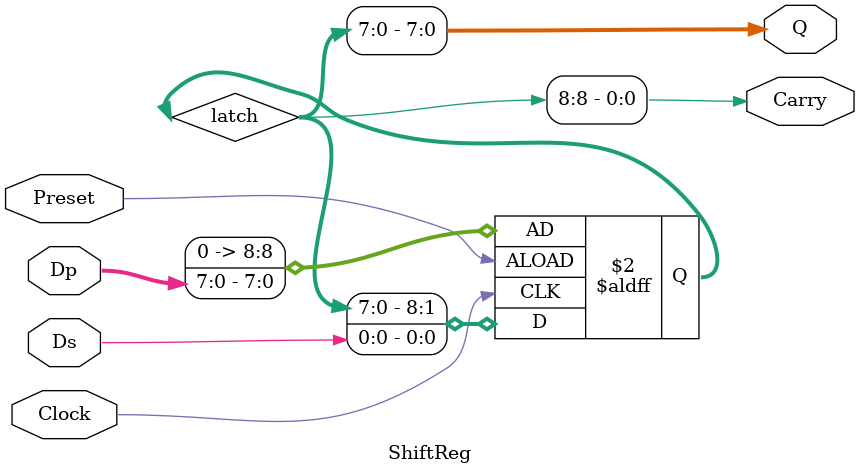
<source format=v>
`timescale 1ns / 1ps

//serial + parallel in/out shift reg:
module ShiftReg(Q, Carry, Dp, Ds, Clock, Preset);
    parameter WIDTH = 8;

    output wire [WIDTH-1:0] Q;
    output wire Carry;

    input wire [WIDTH-1:0] Dp; //parallel in
    input wire Ds; //serial in
    input wire Clock;
    input wire Preset;

	reg[WIDTH:0] latch; //NOTE: 1 extra bit for Carry
//    reg prior; //for edge detection

	assign Carry = latch[WIDTH];
	assign Q = latch[WIDTH-1:0];

//only used for sim (real hw powers up random), so *don't* use this:
//	initial begin
//		latch = 0;
//        prior = 0;
//	end

/* BROKEN: won't synth
	always @(posedge Clock, Preset) begin
//--		if rising_edge(Reset) then --can't have to edge clocks on a FF
		if (Preset == 1) //async preset, overrides clock
        begin
			latch[WIDTH] = 0;
			latch[WIDTH-1:0] = D;
//			if rising_edge(Clock) then --and Reset = '0' then
        end
		else if (Clock == 1 && prior == 0) //rising edge
        begin
			latch[WIDTH:1] = latch[WIDTH-1:0];
			latch[0] = D[0];
        end
        prior = Clock; //for edge detection
	end
*/

/*
    always @(Preset, Dp) begin
		if (Preset == 1) begin //async reset, overrides clock
            latch[WIDTH] = 0;
            latch[WIDTH-1:0] = Dp;
        end
	end

    wire ClockEdge = (Clock == 1) && (prior == 0) && (Preset == 0);
    always @(posedge ClockEdge) begin
        latch[WIDTH:1] = latch[WIDTH-1:0];
        latch[0] = Ds; //[0];
    end
    always @(posedge Clock) prior = Clock; //for edge detection
    always @(negedge Clock) prior = Clock; //for edge detection

    always @(negedge Clock) begin
        prior = Clock; //for edge detection
	end
*/

    always @(posedge Clock, posedge Preset) begin //, prior, Dp, Ds) begin
#4 //simulate CPLD delay
		if (Preset) //async preset, overrides clock
            {latch[WIDTH], latch[WIDTH-1:0]} = {1'b0, Dp};
		else //if (Clock == 1 && prior == 0) begin //rising edge
            {latch[WIDTH:1], latch[0]} = {latch[WIDTH-1:0], Ds};
//        prior = Clock; //for edge detection
    end

endmodule


/*
//from http://www.xilinx.com/support/documentation/university/Vivado-Teaching/HDL-Design/2013x/Nexys4/Verilog/docs-pdf/lab5.pdf
module SR_latch_gate (input R, input S, output Q, output Qbar);
    nor (Q, R, Qbar);
    nor (Qbar, S, Q);
endmodule


module SR_latch_dataflow (input R, input S, output Q, output Qbar);
    assign #2 Q_i = Q;
    assign #2 Qbar_i = Qbar;
    assign #2 Q = ~ (R | Qbar);
    assign #2 Qbar = ~ (S | Q);
endmodule
*/
</source>
